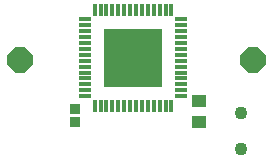
<source format=gbs>
G75*
%MOIN*%
%OFA0B0*%
%FSLAX24Y24*%
%IPPOS*%
%LPD*%
%AMOC8*
5,1,8,0,0,1.08239X$1,22.5*
%
%ADD10R,0.0434X0.0178*%
%ADD11R,0.0178X0.0434*%
%ADD12R,0.1970X0.1970*%
%ADD13R,0.0500X0.0430*%
%ADD14R,0.0380X0.0350*%
%ADD15C,0.0434*%
%ADD16OC8,0.0848*%
D10*
X002971Y005115D03*
X002971Y005312D03*
X002971Y005509D03*
X002971Y005706D03*
X002971Y005903D03*
X002971Y006099D03*
X002971Y006296D03*
X002971Y006493D03*
X002971Y006690D03*
X002971Y006887D03*
X002971Y007084D03*
X002971Y007281D03*
X002971Y007477D03*
X002971Y007674D03*
X006160Y007674D03*
X006160Y007477D03*
X006160Y007281D03*
X006160Y007084D03*
X006160Y006887D03*
X006160Y006690D03*
X006160Y006493D03*
X006160Y006296D03*
X006160Y006099D03*
X006160Y005903D03*
X006160Y005706D03*
X006160Y005509D03*
X006160Y005312D03*
X006160Y005115D03*
D11*
X005845Y004800D03*
X005648Y004800D03*
X005451Y004800D03*
X005254Y004800D03*
X005057Y004800D03*
X004861Y004800D03*
X004664Y004800D03*
X004467Y004800D03*
X004270Y004800D03*
X004073Y004800D03*
X003876Y004800D03*
X003679Y004800D03*
X003483Y004800D03*
X003286Y004800D03*
X003286Y007989D03*
X003483Y007989D03*
X003679Y007989D03*
X003876Y007989D03*
X004073Y007989D03*
X004270Y007989D03*
X004467Y007989D03*
X004664Y007989D03*
X004861Y007989D03*
X005057Y007989D03*
X005254Y007989D03*
X005451Y007989D03*
X005648Y007989D03*
X005845Y007989D03*
D12*
X004565Y006395D03*
D13*
X006755Y004945D03*
X006755Y004265D03*
D14*
X002630Y004270D03*
X002630Y004690D03*
D15*
X008155Y004546D03*
X008155Y003364D03*
D16*
X008555Y006305D03*
X000805Y006305D03*
M02*

</source>
